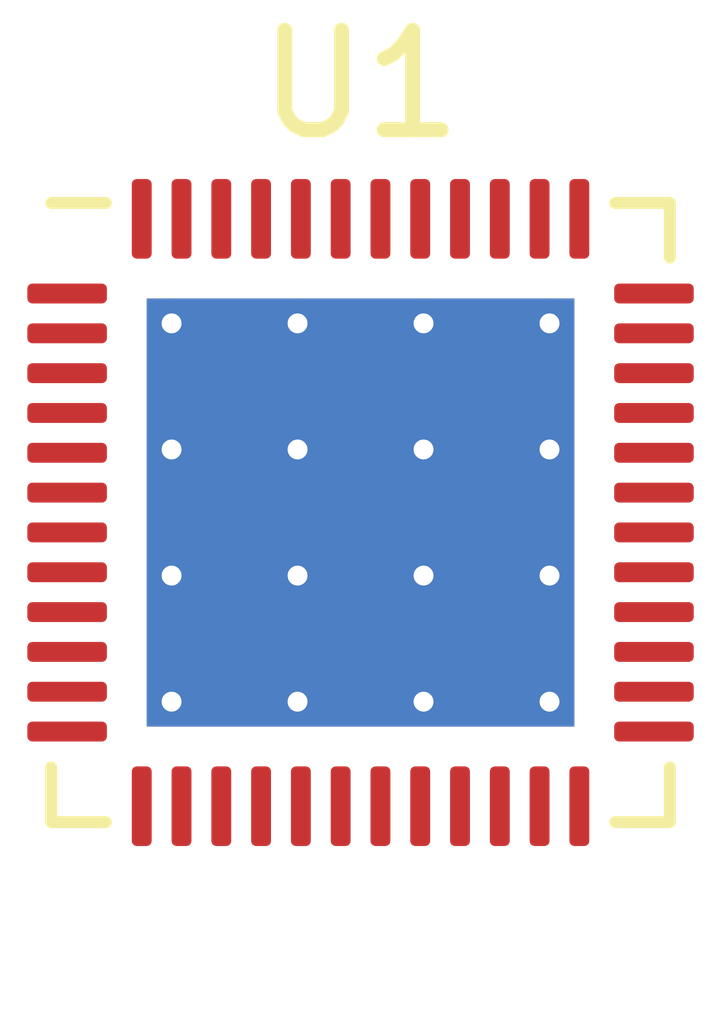
<source format=kicad_pcb>
(kicad_pcb (version 20211014) (generator pcbnew)
  (layers (0 "F.Cu" signal) (31 "B.Cu" signal) (34 "B.Paste" user) (35 "F.Paste" user) (36 "B.SilkS" user "B.Silkscreen") (37 "F.SilkS" user "F.Silkscreen") (38 "B.Mask" user) (39 "F.Mask" user) (44 "Edge.Cuts" user))
  (net 0 "")
  (footprint "Package_DFN_QFN:QFN-48-1EP_6x6mm_P0.4mm_EP4.3x4.3mm_ThermalVias" (layer "F.Cu") (at 84.963 67.945)
    (fp_text reference "U1" (at 0 -4.3) (layer "F.SilkS"))
    (fp_text value "IP175G")
    (fp_line (start 2.56 -3.11) (end 3.11 -3.11) (layer "F.SilkS") (width 0.12))
    (fp_line (start -2.56 3.11) (end -3.11 3.11) (layer "F.SilkS") (width 0.12))
    (fp_line (start 3.11 -3.11) (end 3.11 -2.56) (layer "F.SilkS") (width 0.12))
    (fp_line (start 2.56 3.11) (end 3.11 3.11) (layer "F.SilkS") (width 0.12))
    (fp_line (start -2.56 -3.11) (end -3.11 -3.11) (layer "F.SilkS") (width 0.12))
    (fp_line (start 3.11 3.11) (end 3.11 2.56) (layer "F.SilkS") (width 0.12))
    (fp_line (start -3.11 3.11) (end -3.11 2.56) (layer "F.SilkS") (width 0.12))
    (pad "1" smd roundrect (at -2.95 -2.2) (size 0.8 0.2) (layers "F.Cu" "F.Paste" "F.Mask"))
    (pad "2" smd roundrect (at -2.95 -1.8) (size 0.8 0.2) (layers "F.Cu" "F.Paste" "F.Mask"))
    (pad "3" smd roundrect (at -2.95 -1.4) (size 0.8 0.2) (layers "F.Cu" "F.Paste" "F.Mask"))
    (pad "4" smd roundrect (at -2.95 -1) (size 0.8 0.2) (layers "F.Cu" "F.Paste" "F.Mask"))
    (pad "5" smd roundrect (at -2.95 -0.6) (size 0.8 0.2) (layers "F.Cu" "F.Paste" "F.Mask"))
    (pad "6" smd roundrect (at -2.95 -0.2) (size 0.8 0.2) (layers "F.Cu" "F.Paste" "F.Mask"))
    (pad "7" smd roundrect (at -2.95 0.2) (size 0.8 0.2) (layers "F.Cu" "F.Paste" "F.Mask"))
    (pad "8" smd roundrect (at -2.95 0.6) (size 0.8 0.2) (layers "F.Cu" "F.Paste" "F.Mask"))
    (pad "9" smd roundrect (at -2.95 1) (size 0.8 0.2) (layers "F.Cu" "F.Paste" "F.Mask"))
    (pad "10" smd roundrect (at -2.95 1.4) (size 0.8 0.2) (layers "F.Cu" "F.Paste" "F.Mask"))
    (pad "11" smd roundrect (at -2.95 1.8) (size 0.8 0.2) (layers "F.Cu" "F.Paste" "F.Mask"))
    (pad "12" smd roundrect (at -2.95 2.2) (size 0.8 0.2) (layers "F.Cu" "F.Paste" "F.Mask"))
    (pad "13" smd roundrect (at -2.2 2.95) (size 0.2 0.8) (layers "F.Cu" "F.Paste" "F.Mask"))
    (pad "14" smd roundrect (at -1.8 2.95) (size 0.2 0.8) (layers "F.Cu" "F.Paste" "F.Mask"))
    (pad "15" smd roundrect (at -1.4 2.95) (size 0.2 0.8) (layers "F.Cu" "F.Paste" "F.Mask"))
    (pad "16" smd roundrect (at -1 2.95) (size 0.2 0.8) (layers "F.Cu" "F.Paste" "F.Mask"))
    (pad "17" smd roundrect (at -0.6 2.95) (size 0.2 0.8) (layers "F.Cu" "F.Paste" "F.Mask"))
    (pad "18" smd roundrect (at -0.2 2.95) (size 0.2 0.8) (layers "F.Cu" "F.Paste" "F.Mask"))
    (pad "19" smd roundrect (at 0.2 2.95) (size 0.2 0.8) (layers "F.Cu" "F.Paste" "F.Mask"))
    (pad "20" smd roundrect (at 0.6 2.95) (size 0.2 0.8) (layers "F.Cu" "F.Paste" "F.Mask"))
    (pad "21" smd roundrect (at 1 2.95) (size 0.2 0.8) (layers "F.Cu" "F.Paste" "F.Mask"))
    (pad "22" smd roundrect (at 1.4 2.95) (size 0.2 0.8) (layers "F.Cu" "F.Paste" "F.Mask"))
    (pad "23" smd roundrect (at 1.8 2.95) (size 0.2 0.8) (layers "F.Cu" "F.Paste" "F.Mask"))
    (pad "24" smd roundrect (at 2.2 2.95) (size 0.2 0.8) (layers "F.Cu" "F.Paste" "F.Mask"))
    (pad "25" smd roundrect (at 2.95 2.2) (size 0.8 0.2) (layers "F.Cu" "F.Paste" "F.Mask"))
    (pad "26" smd roundrect (at 2.95 1.8) (size 0.8 0.2) (layers "F.Cu" "F.Paste" "F.Mask"))
    (pad "27" smd roundrect (at 2.95 1.4) (size 0.8 0.2) (layers "F.Cu" "F.Paste" "F.Mask"))
    (pad "28" smd roundrect (at 2.95 1) (size 0.8 0.2) (layers "F.Cu" "F.Paste" "F.Mask"))
    (pad "29" smd roundrect (at 2.95 0.6) (size 0.8 0.2) (layers "F.Cu" "F.Paste" "F.Mask"))
    (pad "30" smd roundrect (at 2.95 0.2) (size 0.8 0.2) (layers "F.Cu" "F.Paste" "F.Mask"))
    (pad "31" smd roundrect (at 2.95 -0.2) (size 0.8 0.2) (layers "F.Cu" "F.Paste" "F.Mask"))
    (pad "32" smd roundrect (at 2.95 -0.6) (size 0.8 0.2) (layers "F.Cu" "F.Paste" "F.Mask"))
    (pad "33" smd roundrect (at 2.95 -1) (size 0.8 0.2) (layers "F.Cu" "F.Paste" "F.Mask"))
    (pad "34" smd roundrect (at 2.95 -1.4) (size 0.8 0.2) (layers "F.Cu" "F.Paste" "F.Mask"))
    (pad "35" smd roundrect (at 2.95 -1.8) (size 0.8 0.2) (layers "F.Cu" "F.Paste" "F.Mask"))
    (pad "36" smd roundrect (at 2.95 -2.2) (size 0.8 0.2) (layers "F.Cu" "F.Paste" "F.Mask"))
    (pad "37" smd roundrect (at 2.2 -2.95) (size 0.2 0.8) (layers "F.Cu" "F.Paste" "F.Mask"))
    (pad "38" smd roundrect (at 1.8 -2.95) (size 0.2 0.8) (layers "F.Cu" "F.Paste" "F.Mask"))
    (pad "39" smd roundrect (at 1.4 -2.95) (size 0.2 0.8) (layers "F.Cu" "F.Paste" "F.Mask"))
    (pad "40" smd roundrect (at 1 -2.95) (size 0.2 0.8) (layers "F.Cu" "F.Paste" "F.Mask"))
    (pad "41" smd roundrect (at 0.6 -2.95) (size 0.2 0.8) (layers "F.Cu" "F.Paste" "F.Mask"))
    (pad "42" smd roundrect (at 0.2 -2.95) (size 0.2 0.8) (layers "F.Cu" "F.Paste" "F.Mask"))
    (pad "43" smd roundrect (at -0.2 -2.95) (size 0.2 0.8) (layers "F.Cu" "F.Paste" "F.Mask"))
    (pad "44" smd roundrect (at -0.6 -2.95) (size 0.2 0.8) (layers "F.Cu" "F.Paste" "F.Mask"))
    (pad "45" smd roundrect (at -1 -2.95) (size 0.2 0.8) (layers "F.Cu" "F.Paste" "F.Mask"))
    (pad "46" smd roundrect (at -1.4 -2.95) (size 0.2 0.8) (layers "F.Cu" "F.Paste" "F.Mask"))
    (pad "47" smd roundrect (at -1.8 -2.95) (size 0.2 0.8) (layers "F.Cu" "F.Paste" "F.Mask"))
    (pad "48" smd roundrect (at -2.2 -2.95) (size 0.2 0.8) (layers "F.Cu" "F.Paste" "F.Mask"))
    (pad "49" thru_hole circle (at 1.9 -1.9) (size 0.5 0.5) (drill 0.2) (layers *.Cu))
    (pad "49" thru_hole circle (at -1.9 -0.633333) (size 0.5 0.5) (drill 0.2) (layers *.Cu))
    (pad "49" thru_hole circle (at -1.9 1.9) (size 0.5 0.5) (drill 0.2) (layers *.Cu))
    (pad "49" thru_hole circle (at 0.633333 -0.633333) (size 0.5 0.5) (drill 0.2) (layers *.Cu))
    (pad "49" thru_hole circle (at -0.633333 -0.633333) (size 0.5 0.5) (drill 0.2) (layers *.Cu))
    (pad "49" thru_hole circle (at -1.9 -1.9) (size 0.5 0.5) (drill 0.2) (layers *.Cu))
    (pad "49" smd rect (at 0 0) (size 4.3 4.3) (layers "B.Cu"))
    (pad "49" thru_hole circle (at -0.633333 0.633333) (size 0.5 0.5) (drill 0.2) (layers *.Cu))
    (pad "49" thru_hole circle (at 1.9 0.633333) (size 0.5 0.5) (drill 0.2) (layers *.Cu))
    (pad "49" thru_hole circle (at 0.633333 0.633333) (size 0.5 0.5) (drill 0.2) (layers *.Cu))
    (pad "49" thru_hole circle (at -0.633333 1.9) (size 0.5 0.5) (drill 0.2) (layers *.Cu))
    (pad "49" thru_hole circle (at 1.9 1.9) (size 0.5 0.5) (drill 0.2) (layers *.Cu))
    (pad "49" thru_hole circle (at -1.9 0.633333) (size 0.5 0.5) (drill 0.2) (layers *.Cu))
    (pad "49" smd rect (at 0 0) (size 4.3 4.3) (layers "F.Cu" "F.Mask"))
    (pad "49" thru_hole circle (at -0.633333 -1.9) (size 0.5 0.5) (drill 0.2) (layers *.Cu))
    (pad "49" thru_hole circle (at 0.633333 1.9) (size 0.5 0.5) (drill 0.2) (layers *.Cu))
    (pad "49" thru_hole circle (at 0.633333 -1.9) (size 0.5 0.5) (drill 0.2) (layers *.Cu))
    (pad "49" thru_hole circle (at 1.9 -0.633333) (size 0.5 0.5) (drill 0.2) (layers *.Cu))
  )
)
</source>
